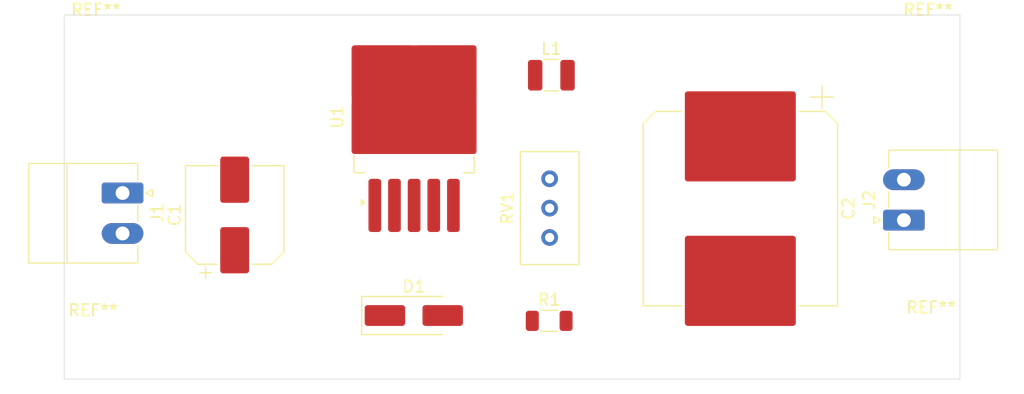
<source format=kicad_pcb>
(kicad_pcb (version 20240108) (generator "pcbnew") (generator_version "8.0")
  (layers (0 "F.Cu" signal) (31 "B.Cu" signal) (34 "B.Paste" user) (35 "F.Paste" user) (36 "B.SilkS" user "B.Silkscreen") (37 "F.SilkS" user "F.Silkscreen") (38 "B.Mask" user) (39 "F.Mask" user) (44 "Edge.Cuts" user))
  (net 0 "")
  (net 1 "GND")
  (net 2 "Net-(J1-Pin_2)")
  (net 3 "Net-(J2-Pin_2)")
  (net 4 "Net-(D1-K)")
  (net 5 "Net-(R1-Pad1)")
  (net 6 "Net-(U1-FB)")
  (footprint "Resistor_SMD:R_1206_3216Metric" (layer "F.Cu") (at 132.9625 118.96)
    (property "Reference" "R1" (at 0 -1.82 0) (layer "F.SilkS"))
    (property "Value" "1.21k")
    (fp_line (start -0.727064 -0.91) (end 0.727064 -0.91) (stroke (width 0.12)) (layer "F.SilkS"))
    (fp_line (start -0.727064 0.91) (end 0.727064 0.91) (stroke (width 0.12)) (layer "F.SilkS"))
    (pad "1" smd roundrect (at -1.4625 0) (size 1.125 1.75) (layers "F.Cu" "F.Paste" "F.Mask") (roundrect_rratio 0.222222) (net 5 "Net-(R1-Pad1)"))
    (pad "2" smd roundrect (at 1.4625 0) (size 1.125 1.75) (layers "F.Cu" "F.Paste" "F.Mask") (roundrect_rratio 0.222222) (net 1 "GND"))
  )
  (footprint "Potentiometer_THT:Potentiometer_Bourns_3296W_Vertical" (layer "F.Cu") (at 133 106.67 90)
    (property "Reference" "RV1" (at -2.54 -3.66 90) (layer "F.SilkS"))
    (property "Value" "50k")
    (fp_line (start 2.345 -2.53) (end 2.345 2.54) (stroke (width 0.12)) (layer "F.SilkS"))
    (fp_line (start -7.425 -2.53) (end 2.345 -2.53) (stroke (width 0.12)) (layer "F.SilkS"))
    (fp_line (start -7.425 -2.53) (end -7.425 2.54) (stroke (width 0.12)) (layer "F.SilkS"))
    (fp_line (start -7.425 2.54) (end 2.345 2.54) (stroke (width 0.12)) (layer "F.SilkS"))
    (pad "1" thru_hole circle (at 0 0 90) (size 1.44 1.44) (drill 0.8) (layers "*.Cu" "*.Mask") (net 3 "Net-(J2-Pin_2)"))
    (pad "2" thru_hole circle (at -2.54 0 90) (size 1.44 1.44) (drill 0.8) (layers "*.Cu" "*.Mask") (net 6 "Net-(U1-FB)"))
    (pad "3" thru_hole circle (at -5.08 0 90) (size 1.44 1.44) (drill 0.8) (layers "*.Cu" "*.Mask") (net 5 "Net-(R1-Pad1)"))
  )
  (footprint "MountingHole:MountingHole_2.1mm" (layer "F.Cu") (at 166 121)
    (property "Reference" "REF**" (at 0 -3.2 0) (layer "F.SilkS"))
    (property "Value" "MountingHole_2.1mm")
    (pad "" np_thru_hole circle (at 0 0) (size 2.1 2.1) (drill 2.1) (layers "*.Cu" "*.Mask"))
  )
  (footprint "Diode_SMD:D_SMA_Handsoldering" (layer "F.Cu") (at 121.25 118.5)
    (property "Reference" "D1" (at 0 -2.5 0) (layer "F.SilkS"))
    (property "Value" "1N5822")
    (fp_line (start -4.51 -1.65) (end -4.51 1.65) (stroke (width 0.12)) (layer "F.SilkS"))
    (fp_line (start -4.51 -1.65) (end 2.5 -1.65) (stroke (width 0.12)) (layer "F.SilkS"))
    (fp_line (start -4.51 1.65) (end 2.5 1.65) (stroke (width 0.12)) (layer "F.SilkS"))
    (pad "1" smd roundrect (at -2.5 0) (size 3.5 1.8) (layers "F.Cu" "F.Paste" "F.Mask") (roundrect_rratio 0.1388888889) (net 4 "Net-(D1-K)"))
    (pad "2" smd roundrect (at 2.5 0) (size 3.5 1.8) (layers "F.Cu" "F.Paste" "F.Mask") (roundrect_rratio 0.1388888889) (net 1 "GND"))
  )
  (footprint "Capacitor_SMD:CP_Elec_16x17.5" (layer "F.Cu") (at 149.5 109.25 -90)
    (property "Reference" "C2" (at 0 -9.35 90) (layer "F.SilkS"))
    (property "Value" "2000uF")
    (fp_line (start -7.345563 8.41) (end 8.41 8.41) (stroke (width 0.12)) (layer "F.SilkS"))
    (fp_line (start 8.41 8.41) (end 8.41 5.06) (stroke (width 0.12)) (layer "F.SilkS"))
    (fp_line (start -8.41 7.345563) (end -7.345563 8.41) (stroke (width 0.12)) (layer "F.SilkS"))
    (fp_line (start -8.41 7.345563) (end -8.41 5.06) (stroke (width 0.12)) (layer "F.SilkS"))
    (fp_line (start -10.65 -7.06) (end -8.65 -7.06) (stroke (width 0.12)) (layer "F.SilkS"))
    (fp_line (start -8.41 -7.345563) (end -8.41 -5.06) (stroke (width 0.12)) (layer "F.SilkS"))
    (fp_line (start -8.41 -7.345563) (end -7.345563 -8.41) (stroke (width 0.12)) (layer "F.SilkS"))
    (fp_line (start -9.65 -8.06) (end -9.65 -6.06) (stroke (width 0.12)) (layer "F.SilkS"))
    (fp_line (start -7.345563 -8.41) (end 8.41 -8.41) (stroke (width 0.12)) (layer "F.SilkS"))
    (fp_line (start 8.41 -8.41) (end 8.41 -5.06) (stroke (width 0.12)) (layer "F.SilkS"))
    (pad "1" smd roundrect (at -6.25 0 270) (size 7.8 9.6) (layers "F.Cu" "F.Paste" "F.Mask") (roundrect_rratio 0.032051) (net 3 "Net-(J2-Pin_2)"))
    (pad "2" smd roundrect (at 6.25 0 270) (size 7.8 9.6) (layers "F.Cu" "F.Paste" "F.Mask") (roundrect_rratio 0.032051) (net 1 "GND"))
  )
  (footprint "MountingHole:MountingHole_2.1mm" (layer "F.Cu") (at 93.75 95.25)
    (property "Reference" "REF**" (at 0 -3.2 0) (layer "F.SilkS"))
    (property "Value" "MountingHole_2.1mm")
    (pad "" np_thru_hole circle (at 0 0) (size 2.1 2.1) (drill 2.1) (layers "*.Cu" "*.Mask"))
  )
  (footprint "MountingHole:MountingHole_2.1mm" (layer "F.Cu") (at 93.5 121.25)
    (property "Reference" "REF**" (at 0 -3.2 0) (layer "F.SilkS"))
    (property "Value" "MountingHole_2.1mm")
    (pad "" np_thru_hole circle (at 0 0) (size 2.1 2.1) (drill 2.1) (layers "*.Cu" "*.Mask"))
  )
  (footprint "Connector_Phoenix_MC:PhoenixContact_MC_1,5_2-G-3.5_1x02_P3.50mm_Horizontal" (layer "F.Cu") (at 163.65 110.25 90)
    (property "Reference" "J2" (at 1.75 -3 90) (layer "F.SilkS"))
    (property "Value" "output")
    (fp_line (start 0.3 -2.6) (end 0 -2) (stroke (width 0.12)) (layer "F.SilkS"))
    (fp_line (start -0.3 -2.6) (end 0.3 -2.6) (stroke (width 0.12)) (layer "F.SilkS"))
    (fp_line (start 0 -2) (end -0.3 -2.6) (stroke (width 0.12)) (layer "F.SilkS"))
    (fp_line (start 6.06 -1.31) (end 4.55 -1.31) (stroke (width 0.12)) (layer "F.SilkS"))
    (fp_line (start 1.05 -1.31) (end 2.45 -1.31) (stroke (width 0.12)) (layer "F.SilkS"))
    (fp_line (start -2.56 -1.31) (end -1.05 -1.31) (stroke (width 0.12)) (layer "F.SilkS"))
    (fp_line (start -2.56 -1.31) (end -2.56 8.11) (stroke (width 0.12)) (layer "F.SilkS"))
    (fp_line (start -2.56 4.8) (end 6.06 4.8) (stroke (width 0.12)) (layer "F.SilkS"))
    (fp_line (start 6.06 8.11) (end 6.06 -1.31) (stroke (width 0.12)) (layer "F.SilkS"))
    (fp_line (start -2.56 8.11) (end 6.06 8.11) (stroke (width 0.12)) (layer "F.SilkS"))
    (pad "1" thru_hole roundrect (at 0 0 90) (size 1.8 3.6) (drill 1.2) (layers "*.Cu" "*.Mask") (roundrect_rratio 0.138889) (net 1 "GND"))
    (pad "2" thru_hole oval (at 3.5 0 90) (size 1.8 3.6) (drill 1.2) (layers "*.Cu" "*.Mask") (net 3 "Net-(J2-Pin_2)"))
  )
  (footprint "MountingHole:MountingHole_2.1mm" (layer "F.Cu") (at 165.75 95.25)
    (property "Reference" "REF**" (at 0 -3.2 0) (layer "F.SilkS"))
    (property "Value" "MountingHole_2.1mm")
    (pad "" np_thru_hole circle (at 0 0) (size 2.1 2.1) (drill 2.1) (layers "*.Cu" "*.Mask"))
  )
  (footprint "Package_TO_SOT_SMD:TO-263-5_TabPin3" (layer "F.Cu") (at 121.275 101.325 90)
    (property "Reference" "U1" (at 0 -6.65 90) (layer "F.SilkS"))
    (property "Value" "LM2576HVS-ADJ")
    (fp_line (start -3.325 -5.2) (end -4.825 -5.2) (stroke (width 0.12)) (layer "F.SilkS"))
    (fp_line (start -4.825 -5.2) (end -4.825 -4.25) (stroke (width 0.12)) (layer "F.SilkS"))
    (fp_line (start -3.325 5.2) (end -4.825 5.2) (stroke (width 0.12)) (layer "F.SilkS"))
    (fp_line (start -4.825 5.2) (end -4.825 4.25) (stroke (width 0.12)) (layer "F.SilkS"))
    (fp_poly (pts (xy -7.3875 -4.25) (xy -7.6275 -4.58) (xy -7.1475 -4.58) (xy -7.3875 -4.25)) (stroke (width 0.12)) (fill solid) (layer "F.SilkS"))
    (pad "1" smd roundrect (at -7.65 -3.4 90) (size 4.6 1.1) (layers "F.Cu" "F.Paste" "F.Mask") (roundrect_rratio 0.227273) (net 2 "Net-(J1-Pin_2)"))
    (pad "2" smd roundrect (at -7.65 -1.7 90) (size 4.6 1.1) (layers "F.Cu" "F.Paste" "F.Mask") (roundrect_rratio 0.227273) (net 4 "Net-(D1-K)"))
    (pad "3" smd roundrect (at -7.65 0 90) (size 4.6 1.1) (layers "F.Cu" "F.Paste" "F.Mask") (roundrect_rratio 0.227273) (net 1 "GND"))
    (pad "3" smd roundrect (at -0.925 -2.775 90) (size 4.55 5.25) (layers "F.Cu" "F.Paste") (roundrect_rratio 0.054945) (net 1 "GND"))
    (pad "3" smd roundrect (at -0.925 2.775 90) (size 4.55 5.25) (layers "F.Cu" "F.Paste") (roundrect_rratio 0.054945) (net 1 "GND"))
    (pad "3" smd roundrect (at 1.5 0 90) (size 9.4 10.8) (layers "F.Cu" "F.Mask") (roundrect_rratio 0.026596) (net 1 "GND"))
    (pad "3" smd roundrect (at 3.925 -2.775 90) (size 4.55 5.25) (layers "F.Cu" "F.Paste") (roundrect_rratio 0.054945) (net 1 "GND"))
    (pad "3" smd roundrect (at 3.925 2.775 90) (size 4.55 5.25) (layers "F.Cu" "F.Paste") (roundrect_rratio 0.054945) (net 1 "GND"))
    (pad "4" smd roundrect (at -7.65 1.7 90) (size 4.6 1.1) (layers "F.Cu" "F.Paste" "F.Mask") (roundrect_rratio 0.227273) (net 6 "Net-(U1-FB)"))
    (pad "5" smd roundrect (at -7.65 3.4 90) (size 4.6 1.1) (layers "F.Cu" "F.Paste" "F.Mask") (roundrect_rratio 0.227273) (net 1 "GND"))
  )
  (footprint "Capacitor_SMD:CP_Elec_8x6.5" (layer "F.Cu") (at 105.75 109.8 90)
    (property "Reference" "C1" (at 0 -5.2 90) (layer "F.SilkS"))
    (property "Value" "100uF")
    (fp_line (start 4.26 -4.26) (end 4.26 -1.51) (stroke (width 0.12)) (layer "F.SilkS"))
    (fp_line (start -3.195563 -4.26) (end 4.26 -4.26) (stroke (width 0.12)) (layer "F.SilkS"))
    (fp_line (start -4.26 -3.195563) (end -3.195563 -4.26) (stroke (width 0.12)) (layer "F.SilkS"))
    (fp_line (start -4.26 -3.195563) (end -4.26 -1.51) (stroke (width 0.12)) (layer "F.SilkS"))
    (fp_line (start -5 -3.01) (end -5 -2.01) (stroke (width 0.12)) (layer "F.SilkS"))
    (fp_line (start -5.5 -2.51) (end -4.5 -2.51) (stroke (width 0.12)) (layer "F.SilkS"))
    (fp_line (start -4.26 3.195563) (end -4.26 1.51) (stroke (width 0.12)) (layer "F.SilkS"))
    (fp_line (start -4.26 3.195563) (end -3.195563 4.26) (stroke (width 0.12)) (layer "F.SilkS"))
    (fp_line (start 4.26 4.26) (end 4.26 1.51) (stroke (width 0.12)) (layer "F.SilkS"))
    (fp_line (start -3.195563 4.26) (end 4.26 4.26) (stroke (width 0.12)) (layer "F.SilkS"))
    (pad "1" smd roundrect (at -3.05 0 90) (size 4 2.5) (layers "F.Cu" "F.Paste" "F.Mask") (roundrect_rratio 0.1) (net 2 "Net-(J1-Pin_2)"))
    (pad "2" smd roundrect (at 3.05 0 90) (size 4 2.5) (layers "F.Cu" "F.Paste" "F.Mask") (roundrect_rratio 0.1) (net 1 "GND"))
  )
  (footprint "Connector_Phoenix_MC:PhoenixContact_MC_1,5_2-G-3.5_1x02_P3.50mm_Horizontal" (layer "F.Cu") (at 96.05 107.9 -90)
    (property "Reference" "J1" (at 1.75 -3 90) (layer "F.SilkS"))
    (property "Value" "input")
    (fp_line (start -2.56 8.11) (end 6.06 8.11) (stroke (width 0.12)) (layer "F.SilkS"))
    (fp_line (start 6.06 8.11) (end 6.06 -1.31) (stroke (width 0.12)) (layer "F.SilkS"))
    (fp_line (start -2.56 4.8) (end 6.06 4.8) (stroke (width 0.12)) (layer "F.SilkS"))
    (fp_line (start -2.56 -1.31) (end -2.56 8.11) (stroke (width 0.12)) (layer "F.SilkS"))
    (fp_line (start -2.56 -1.31) (end -1.05 -1.31) (stroke (width 0.12)) (layer "F.SilkS"))
    (fp_line (start 1.05 -1.31) (end 2.45 -1.31) (stroke (width 0.12)) (layer "F.SilkS"))
    (fp_line (start 6.06 -1.31) (end 4.55 -1.31) (stroke (width 0.12)) (layer "F.SilkS"))
    (fp_line (start 0 -2) (end -0.3 -2.6) (stroke (width 0.12)) (layer "F.SilkS"))
    (fp_line (start -0.3 -2.6) (end 0.3 -2.6) (stroke (width 0.12)) (layer "F.SilkS"))
    (fp_line (start 0.3 -2.6) (end 0 -2) (stroke (width 0.12)) (layer "F.SilkS"))
    (pad "1" thru_hole roundrect (at 0 0 270) (size 1.8 3.6) (drill 1.2) (layers "*.Cu" "*.Mask") (roundrect_rratio 0.138889) (net 1 "GND"))
    (pad "2" thru_hole oval (at 3.5 0 270) (size 1.8 3.6) (drill 1.2) (layers "*.Cu" "*.Mask") (net 2 "Net-(J1-Pin_2)"))
  )
  (footprint "Inductor_SMD:L_1210_3225Metric" (layer "F.Cu") (at 133.15 97.71)
    (property "Reference" "L1" (at 0 -2.28 0) (layer "F.SilkS"))
    (property "Value" "150uH")
    (fp_line (start -0.602064 -1.36) (end 0.602064 -1.36) (stroke (width 0.12)) (layer "F.SilkS"))
    (fp_line (start -0.602064 1.36) (end 0.602064 1.36) (stroke (width 0.12)) (layer "F.SilkS"))
    (pad "1" smd roundrect (at -1.4 0) (size 1.25 2.65) (layers "F.Cu" "F.Paste" "F.Mask") (roundrect_rratio 0.2) (net 4 "Net-(D1-K)"))
    (pad "2" smd roundrect (at 1.4 0) (size 1.25 2.65) (layers "F.Cu" "F.Paste" "F.Mask") (roundrect_rratio 0.2) (net 3 "Net-(J2-Pin_2)"))
  )
  (gr_line (start 168.5 124) (end 91 124) (stroke (width 0.05)) (layer "Edge.Cuts"))
  (gr_line (start 168.5 92.5) (end 168.5 124) (stroke (width 0.05)) (layer "Edge.Cuts"))
  (gr_line (start 91 124) (end 91 92.5) (stroke (width 0.05)) (layer "Edge.Cuts"))
  (gr_line (start 91.5 92.5) (end 168.5 92.5) (stroke (width 0.05)) (layer "Edge.Cuts"))
  (gr_line (start 91 92.5) (end 91.5 92.5) (stroke (width 0.05)) (layer "Edge.Cuts"))
)
</source>
